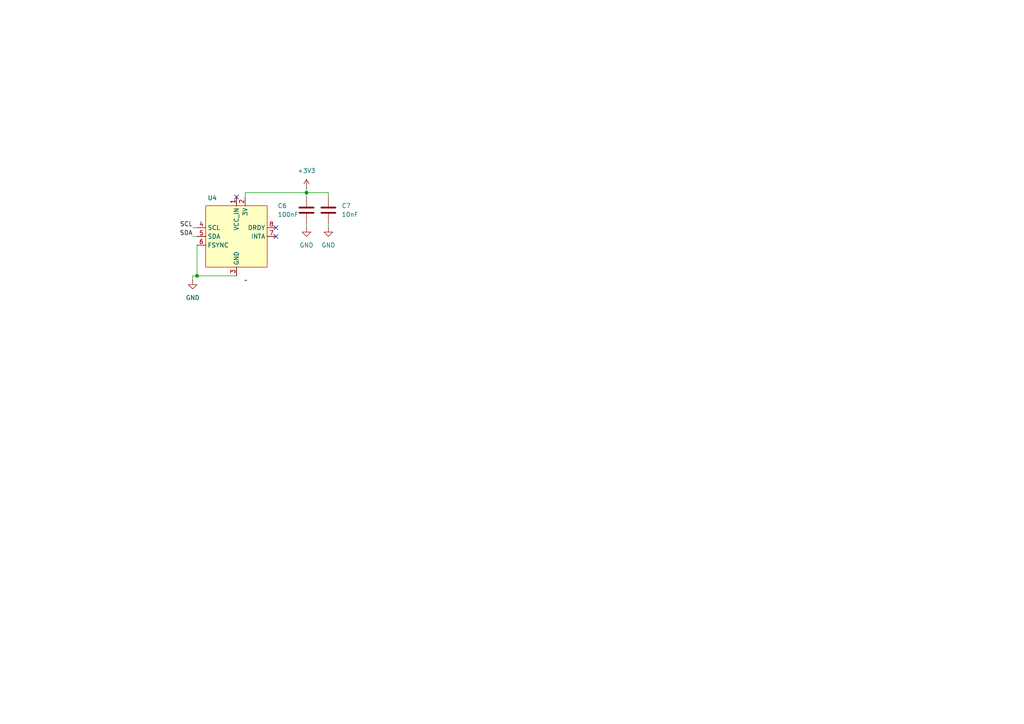
<source format=kicad_sch>
(kicad_sch (version 20250114) (generator "eeschema") (generator_version "9.0")
  (paper "A4")
  (lib_symbols
    (symbol "Device:C" (pin_numbers (hide yes)) (pin_names (offset 0.254))
      (property "Reference" "C" (at 0.635 2.54 0))
      (property "Value" "C" (at 0.635 -2.54 0))
      (symbol "C_0_1"
        (polyline (pts (xy -2.032 0.762) (xy 2.032 0.762)) (stroke (width 0.508)))
        (polyline (pts (xy -2.032 -0.762) (xy 2.032 -0.762)) (stroke (width 0.508)))
      )
      (symbol "C_1_1"
        (pin passive line (at 0 3.81 270) (length 2.794) (name "~") (number "1"))
        (pin passive line (at 0 -3.81 90) (length 2.794) (name "~") (number "2"))
      )
    )
    (symbol "GY-87:GY-87"
      (property "Reference" "U" (at -8.636 5.842 0))
      (symbol "GY-87_1_1"
        (rectangle (start -10.16 7.62) (end 7.62 -10.16) (fill (type background)))
        (pin bidirectional line (at -12.7 1.27 0) (length 2.54) (name "SCL") (number "4"))
        (pin bidirectional line (at -12.7 -1.27 0) (length 2.54) (name "SDA") (number "5"))
        (pin input line (at -12.7 -3.81 0) (length 2.54) (name "FSYNC") (number "6"))
        (pin power_in line (at -1.27 10.16 270) (length 2.54) (name "VCC_IN") (number "1"))
        (pin power_in line (at -1.27 -12.7 90) (length 2.54) (name "GND") (number "3"))
        (pin power_in line (at 1.27 10.16 270) (length 2.54) (name "3V") (number "2"))
        (pin output line (at 10.16 1.27 180) (length 2.54) (name "DRDY") (number "8"))
        (pin output line (at 10.16 -1.27 180) (length 2.54) (name "INTA") (number "7"))
      )
    )
    (symbol "power:+3V3" (power) (pin_numbers (hide yes)) (pin_names (offset 0) (hide yes))
      (property "Value" "+3V3" (at 0 3.556 0))
      (symbol "+3V3_0_1"
        (polyline (pts (xy -0.762 1.27) (xy 0 2.54)))
        (polyline (pts (xy 0 2.54) (xy 0.762 1.27)))
        (polyline (pts (xy 0 0) (xy 0 2.54)))
      )
      (symbol "+3V3_1_1"
        (pin power_in line (at 0 0 90) (length 0) (name "~") (number "1"))
      )
    )
    (symbol "power:GND" (power) (pin_numbers (hide yes)) (pin_names (offset 0) (hide yes))
      (property "Value" "GND" (at 0 -3.81 0))
      (symbol "GND_0_1"
        (polyline (pts (xy 0 0) (xy 0 -1.27) (xy 1.27 -1.27) (xy 0 -2.54) (xy -1.27 -1.27) (xy 0 -1.27)))
      )
      (symbol "GND_1_1"
        (pin power_in line (at 0 0 270) (length 0) (name "~") (number "1"))
      )
    )
  )
  (junction (at 57.15 80.01))
  (junction (at 88.9 55.88))
  (no_connect (at 68.58 57.15))
  (no_connect (at 80.01 66.04))
  (no_connect (at 80.01 68.58))
  (wire (pts (xy 71.12 55.88) (xy 88.9 55.88)))
  (wire (pts (xy 57.15 71.12) (xy 57.15 80.01)))
  (wire (pts (xy 55.88 66.04) (xy 57.15 66.04)))
  (wire (pts (xy 95.25 64.77) (xy 95.25 66.04)))
  (wire (pts (xy 88.9 55.88) (xy 95.25 55.88)))
  (wire (pts (xy 71.12 55.88) (xy 71.12 57.15)))
  (wire (pts (xy 55.88 80.01) (xy 57.15 80.01)))
  (wire (pts (xy 55.88 68.58) (xy 57.15 68.58)))
  (wire (pts (xy 95.25 55.88) (xy 95.25 57.15)))
  (wire (pts (xy 88.9 64.77) (xy 88.9 66.04)))
  (wire (pts (xy 55.88 80.01) (xy 55.88 81.28)))
  (wire (pts (xy 88.9 54.61) (xy 88.9 55.88)))
  (wire (pts (xy 88.9 57.15) (xy 88.9 55.88)))
  (wire (pts (xy 57.15 80.01) (xy 68.58 80.01)))
  (label "SDA" (at 55.88 68.58 180))
  (label "SCL" (at 55.88 66.04 180))
  (symbol (lib_id "GY-87:GY-87") (at 69.85 67.31 0) (unit 1)
    (property "Reference" "U4" (at 60.198 57.404 0) (effects (justify left)))
    (property "Value" "~" (at 70.7233 81.28 0) (effects (justify left)))
  )
  (symbol (lib_id "power:GND") (at 88.9 66.04 0) (unit 1)
    (property "Reference" "#PWR016" (effects (hide yes)))
    (property "Value" "GND" (at 88.9 71.12 0))
    (property "Description" "Power symbol creates a global label with name \"GND\" , ground" (effects (hide yes)))
  )
  (symbol (lib_id "Device:C") (at 88.9 60.96 0) (unit 1)
    (property "Reference" "C6" (at 80.518 59.69 0) (effects (justify left)))
    (property "Value" "100nF" (at 80.518 62.23 0) (effects (justify left)))
    (property "Description" "Unpolarized capacitor" (effects (hide yes)))
  )
  (symbol (lib_id "Device:C") (at 95.25 60.96 0) (unit 1)
    (property "Reference" "C7" (at 99.06 59.6899 0) (effects (justify left)))
    (property "Value" "10nF" (at 99.06 62.2299 0) (effects (justify left)))
    (property "Description" "Unpolarized capacitor" (effects (hide yes)))
  )
  (symbol (lib_id "power:GND") (at 95.25 66.04 0) (unit 1)
    (property "Reference" "#PWR017" (effects (hide yes)))
    (property "Value" "GND" (at 95.25 71.12 0))
    (property "Description" "Power symbol creates a global label with name \"GND\" , ground" (effects (hide yes)))
  )
  (symbol (lib_id "power:+3V3") (at 88.9 54.61 0) (unit 1)
    (property "Reference" "#PWR014" (effects (hide yes)))
    (property "Value" "+3V3" (at 88.9 49.53 0))
    (property "Description" "Power symbol creates a global label with name \"+3V3\"" (effects (hide yes)))
  )
  (symbol (lib_id "power:GND") (at 55.88 81.28 0) (unit 1)
    (property "Reference" "#PWR013" (effects (hide yes)))
    (property "Value" "GND" (at 55.88 86.36 0))
    (property "Description" "Power symbol creates a global label with name \"GND\" , ground" (effects (hide yes)))
  )
)
</source>
